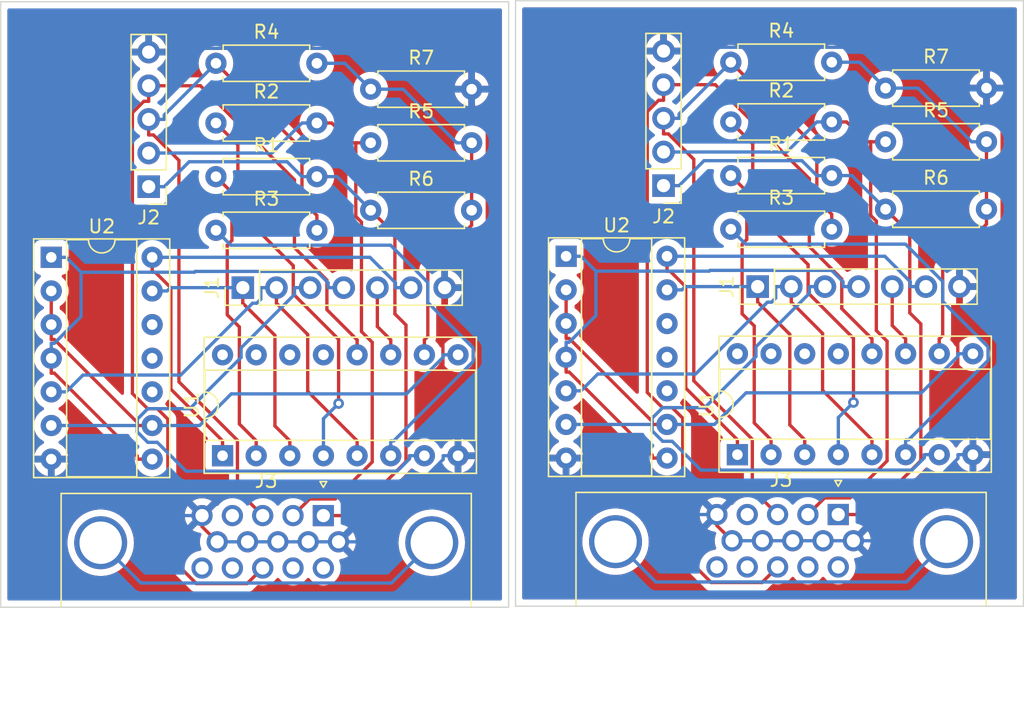
<source format=kicad_pcb>
(kicad_pcb (version 20211014) (generator pcbnew)
  (layers (0 "F.Cu" signal) (31 "B.Cu" signal) (34 "B.Paste" user) (35 "F.Paste" user) (36 "B.SilkS" user "B.Silkscreen") (37 "F.SilkS" user "F.Silkscreen") (38 "B.Mask" user) (39 "F.Mask" user) (44 "Edge.Cuts" user))
  (net 0 "")
  (net 1 "/ULA21_Red")
  (net 2 "/ULA19_Green")
  (net 3 "/ULA22_Blue")
  (net 4 "/ULA18_Bright")
  (net 5 "/ULA33_SYNC")
  (net 6 "+5V")
  (net 7 "GND")
  (net 8 "Net-(R1-Pad2)")
  (net 9 "Net-(R2-Pad2)")
  (net 10 "Net-(R4-Pad1)")
  (net 11 "Net-(U1-Pad12)")
  (net 12 "unconnected-(J3-Pad0)")
  (net 18 "Net-(U1-Pad2)")
  (net 19 "Net-(U1-Pad4)")
  (net 20 "Net-(U1-Pad6)")
  (net 21 "Net-(U1-Pad10)")
  (net 22 "Net-(U2-Pad2)")
  (footprint "Connector_PinHeader_2.54mm:PinHeader_1x07_P2.54mm_Vertical" (layer "F.Cu") (at 178.8239 95.4243 90)
    (fp_text reference "J1")
    (fp_text value "In_RGB")
  )
  (footprint "Resistor_THT:R_Axial_DIN0207_L6.3mm_D2.5mm_P7.62mm_Horizontal" (layer "F.Cu") (at 137.922 83.072)
    (fp_text reference "R2")
    (fp_text value "100")
  )
  (footprint "Connector_Dsub:DSUB-15-HD_Female_Horizontal_P2.29x1.98mm_EdgePinOffset3.03mm_Housed_MountingHolesOffset4.94mm" (layer "F.Cu") (at 146.032 112.7137)
    (fp_text reference "J3")
    (fp_text value "VGA")
  )
  (footprint "Connector_PinHeader_2.54mm:PinHeader_1x05_P2.54mm_Vertical" (layer "F.Cu") (at 171.7169 87.7993 180)
    (fp_text reference "J2")
    (fp_text value "OUT_RGB")
  )
  (footprint "Resistor_THT:R_Axial_DIN0207_L6.3mm_D2.5mm_P7.62mm_Horizontal" (layer "F.Cu") (at 149.606 80.518)
    (fp_text reference "R7")
    (fp_text value "2k")
  )
  (footprint "Package_DIP:DIP-14_W7.62mm_Socket" (layer "F.Cu") (at 164.3609 93.1333)
    (fp_text reference "U2")
    (fp_text value "4066")
  )
  (footprint "Resistor_THT:R_Axial_DIN0207_L6.3mm_D2.5mm_P7.62mm_Horizontal" (layer "F.Cu") (at 176.7969 87.0423)
    (fp_text reference "R1")
    (fp_text value "100")
  )
  (footprint "Resistor_THT:R_Axial_DIN0207_L6.3mm_D2.5mm_P7.62mm_Horizontal" (layer "F.Cu") (at 188.4809 80.4383)
    (fp_text reference "R7")
    (fp_text value "2k")
  )
  (footprint "Connector_PinHeader_2.54mm:PinHeader_1x07_P2.54mm_Vertical" (layer "F.Cu") (at 139.949 95.504 90)
    (fp_text reference "J1")
    (fp_text value "In_RGB")
  )
  (footprint "Resistor_THT:R_Axial_DIN0207_L6.3mm_D2.5mm_P7.62mm_Horizontal" (layer "F.Cu") (at 149.606 84.568)
    (fp_text reference "R5")
    (fp_text value "1k5")
  )
  (footprint "Resistor_THT:R_Axial_DIN0207_L6.3mm_D2.5mm_P7.62mm_Horizontal" (layer "F.Cu") (at 176.7969 78.4823)
    (fp_text reference "R4")
    (fp_text value "1k5")
  )
  (footprint "Resistor_THT:R_Axial_DIN0207_L6.3mm_D2.5mm_P7.62mm_Horizontal" (layer "F.Cu") (at 176.7969 91.0923)
    (fp_text reference "R3")
    (fp_text value "100")
  )
  (footprint "Connector_PinHeader_2.54mm:PinHeader_1x05_P2.54mm_Vertical" (layer "F.Cu") (at 132.842 87.879 180)
    (fp_text reference "J2")
    (fp_text value "OUT_RGB")
  )
  (footprint "Resistor_THT:R_Axial_DIN0207_L6.3mm_D2.5mm_P7.62mm_Horizontal" (layer "F.Cu") (at 176.7969 82.9923)
    (fp_text reference "R2")
    (fp_text value "100")
  )
  (footprint "Connector_Dsub:DSUB-15-HD_Female_Horizontal_P2.29x1.98mm_EdgePinOffset3.03mm_Housed_MountingHolesOffset4.94mm" (layer "F.Cu") (at 184.9069 112.634)
    (fp_text reference "J3")
    (fp_text value "VGA")
  )
  (footprint "Package_DIP:DIP-16_W7.62mm_Socket" (layer "F.Cu") (at 138.42 108.194 90)
    (fp_text reference "U1")
    (fp_text value "4050")
  )
  (footprint "Resistor_THT:R_Axial_DIN0207_L6.3mm_D2.5mm_P7.62mm_Horizontal" (layer "F.Cu") (at 137.922 87.122)
    (fp_text reference "R1")
    (fp_text value "100")
  )
  (footprint "Package_DIP:DIP-16_W7.62mm_Socket" (layer "F.Cu") (at 177.2949 108.1143 90)
    (fp_text reference "U1")
    (fp_text value "4050")
  )
  (footprint "Resistor_THT:R_Axial_DIN0207_L6.3mm_D2.5mm_P7.62mm_Horizontal" (layer "F.Cu") (at 137.922 91.172)
    (fp_text reference "R3")
    (fp_text value "100")
  )
  (footprint "Resistor_THT:R_Axial_DIN0207_L6.3mm_D2.5mm_P7.62mm_Horizontal" (layer "F.Cu") (at 188.4809 89.5823)
    (fp_text reference "R6")
    (fp_text value "1k5")
  )
  (footprint "Resistor_THT:R_Axial_DIN0207_L6.3mm_D2.5mm_P7.62mm_Horizontal" (layer "F.Cu") (at 149.606 89.662)
    (fp_text reference "R6")
    (fp_text value "1k5")
  )
  (footprint "Resistor_THT:R_Axial_DIN0207_L6.3mm_D2.5mm_P7.62mm_Horizontal" (layer "F.Cu") (at 137.922 78.562)
    (fp_text reference "R4")
    (fp_text value "1k5")
  )
  (footprint "Resistor_THT:R_Axial_DIN0207_L6.3mm_D2.5mm_P7.62mm_Horizontal" (layer "F.Cu") (at 188.4809 84.4883)
    (fp_text reference "R5")
    (fp_text value "1k5")
  )
  (footprint "Package_DIP:DIP-14_W7.62mm_Socket" (layer "F.Cu") (at 125.486 93.213)
    (fp_text reference "U2")
    (fp_text value "4066")
  )
  (gr_line (start 160.02 119.634) (end 121.666 119.634) (layer "Edge.Cuts") (width 0.1))
  (gr_line (start 160.5409 73.8343) (end 198.8949 73.8343) (layer "Edge.Cuts") (width 0.1))
  (gr_line (start 121.666 119.634) (end 121.666 73.914) (layer "Edge.Cuts") (width 0.1))
  (gr_line (start 121.666 73.914) (end 160.02 73.914) (layer "Edge.Cuts") (width 0.1))
  (gr_line (start 160.02 73.914) (end 160.02 119.634) (layer "Edge.Cuts") (width 0.1))
  (gr_line (start 198.8949 73.8343) (end 198.8949 119.5543) (layer "Edge.Cuts") (width 0.1))
  (gr_line (start 160.5409 119.5543) (end 160.5409 73.8343) (layer "Edge.Cuts") (width 0.1))
  (gr_line (start 198.8949 119.5543) (end 160.5409 119.5543) (layer "Edge.Cuts") (width 0.1))
  (segment (start 143.5 108.194) (end 143.5 107.0689) (width 0.25) (layer "F.Cu") (net 1))
  (segment (start 181.2498 99.0253) (end 178.8239 96.5994) (width 0.25) (layer "F.Cu") (net 1))
  (segment (start 178.8239 95.4243) (end 178.8239 96.5994) (width 0.25) (layer "F.Cu") (net 1))
  (segment (start 142.3749 99.105) (end 139.949 96.6791) (width 0.25) (layer "F.Cu") (net 1))
  (segment (start 182.3749 108.1143) (end 182.3749 106.9892) (width 0.25) (layer "F.Cu") (net 1))
  (segment (start 181.2498 105.8641) (end 181.2498 99.0253) (width 0.25) (layer "F.Cu") (net 1))
  (segment (start 139.949 95.504) (end 139.949 96.6791) (width 0.25) (layer "F.Cu") (net 1))
  (segment (start 182.3749 106.9892) (end 181.2498 105.8641) (width 0.25) (layer "F.Cu") (net 1))
  (segment (start 143.5 107.0689) (end 142.3749 105.9438) (width 0.25) (layer "F.Cu") (net 1))
  (segment (start 142.3749 105.9438) (end 142.3749 99.105) (width 0.25) (layer "F.Cu") (net 1))
  (segment (start 171.9809 95.6733) (end 173.106 95.6733) (width 0.25) (layer "B.Cu") (net 1))
  (segment (start 134.4801 95.504) (end 134.2311 95.753) (width 0.25) (layer "B.Cu") (net 1))
  (segment (start 139.949 95.504) (end 134.4801 95.504) (width 0.25) (layer "B.Cu") (net 1))
  (segment (start 178.8239 95.4243) (end 173.355 95.4243) (width 0.25) (layer "B.Cu") (net 1))
  (segment (start 133.106 95.753) (end 134.2311 95.753) (width 0.25) (layer "B.Cu") (net 1))
  (segment (start 173.355 95.4243) (end 173.106 95.6733) (width 0.25) (layer "B.Cu") (net 1))
  (segment (start 148.58 108.194) (end 148.58 107.0689) (width 0.25) (layer "F.Cu") (net 2))
  (segment (start 181.3639 95.4243) (end 181.3639 96.5994) (width 0.25) (layer "F.Cu") (net 2))
  (segment (start 144.8502 103.3391) (end 148.58 107.0689) (width 0.25) (layer "F.Cu") (net 2))
  (segment (start 181.3639 96.5994) (end 183.7251 98.9606) (width 0.25) (layer "F.Cu") (net 2))
  (segment (start 187.4549 108.1143) (end 187.4549 106.9892) (width 0.25) (layer "F.Cu") (net 2))
  (segment (start 144.8502 99.0403) (end 144.8502 103.3391) (width 0.25) (layer "F.Cu") (net 2))
  (segment (start 183.7251 98.9606) (end 183.7251 103.2594) (width 0.25) (layer "F.Cu") (net 2))
  (segment (start 142.489 95.504) (end 142.489 96.6791) (width 0.25) (layer "F.Cu") (net 2))
  (segment (start 142.489 96.6791) (end 144.8502 99.0403) (width 0.25) (layer "F.Cu") (net 2))
  (segment (start 183.7251 103.2594) (end 187.4549 106.9892) (width 0.25) (layer "F.Cu") (net 2))
  (segment (start 179.8757 96.5994) (end 179.5624 96.5994) (width 0.25) (layer "B.Cu") (net 2))
  (segment (start 166.756 102.0233) (end 165.486 103.2933) (width 0.25) (layer "B.Cu") (net 2))
  (segment (start 127.8811 102.103) (end 126.6111 103.373) (width 0.25) (layer "B.Cu") (net 2))
  (segment (start 140.6875 96.6791) (end 135.2636 102.103) (width 0.25) (layer "B.Cu") (net 2))
  (segment (start 125.486 103.373) (end 126.6111 103.373) (width 0.25) (layer "B.Cu") (net 2))
  (segment (start 141.0008 96.6791) (end 140.6875 96.6791) (width 0.25) (layer "B.Cu") (net 2))
  (segment (start 181.3639 95.4243) (end 180.1888 95.4243) (width 0.25) (layer "B.Cu") (net 2))
  (segment (start 141.3139 95.504) (end 141.3139 96.366) (width 0.25) (layer "B.Cu") (net 2))
  (segment (start 142.489 95.504) (end 141.3139 95.504) (width 0.25) (layer "B.Cu") (net 2))
  (segment (start 164.3609 103.2933) (end 165.486 103.2933) (width 0.25) (layer "B.Cu") (net 2))
  (segment (start 174.1385 102.0233) (end 166.756 102.0233) (width 0.25) (layer "B.Cu") (net 2))
  (segment (start 141.3139 96.366) (end 141.0008 96.6791) (width 0.25) (layer "B.Cu") (net 2))
  (segment (start 135.2636 102.103) (end 127.8811 102.103) (width 0.25) (layer "B.Cu") (net 2))
  (segment (start 180.1888 95.4243) (end 180.1888 96.2863) (width 0.25) (layer "B.Cu") (net 2))
  (segment (start 180.1888 96.2863) (end 179.8757 96.5994) (width 0.25) (layer "B.Cu") (net 2))
  (segment (start 179.5624 96.5994) (end 174.1385 102.0233) (width 0.25) (layer "B.Cu") (net 2))
  (segment (start 182.7288 95.4243) (end 182.7288 95.9367) (width 0.25) (layer "B.Cu") (net 3))
  (segment (start 153.66 108.194) (end 152.5349 108.194) (width 0.25) (layer "B.Cu") (net 3))
  (segment (start 139.8201 100.7747) (end 135.9518 104.643) (width 0.25) (layer "B.Cu") (net 3))
  (segment (start 170.8534 105.357) (end 170.8534 105.8333) (width 0.25) (layer "B.Cu") (net 3))
  (segment (start 178.695 99.9705) (end 178.695 100.695) (width 0.25) (layer "B.Cu") (net 3))
  (segment (start 174.5434 109.2791) (end 190.4781 109.2791) (width 0.25) (layer "B.Cu") (net 3))
  (segment (start 125.486 105.913) (end 126.6111 105.913) (width 0.25) (layer "B.Cu") (net 3))
  (segment (start 178.695 100.695) (end 174.8267 104.5633) (width 0.25) (layer "B.Cu") (net 3))
  (segment (start 131.9785 105.913) (end 126.6111 105.913) (width 0.25) (layer "B.Cu") (net 3))
  (segment (start 172.3676 107.1033) (end 174.5434 109.2791) (width 0.25) (layer "B.Cu") (net 3))
  (segment (start 143.8539 96.0164) (end 139.8201 100.0502) (width 0.25) (layer "B.Cu") (net 3))
  (segment (start 135.9518 104.643) (end 132.7722 104.643) (width 0.25) (layer "B.Cu") (net 3))
  (segment (start 182.7288 95.9367) (end 178.695 99.9705) (width 0.25) (layer "B.Cu") (net 3))
  (segment (start 145.029 95.504) (end 143.8539 95.504) (width 0.25) (layer "B.Cu") (net 3))
  (segment (start 170.8534 106.3096) (end 171.6471 107.1033) (width 0.25) (layer "B.Cu") (net 3))
  (segment (start 171.6471 104.5633) (end 170.8534 105.357) (width 0.25) (layer "B.Cu") (net 3))
  (segment (start 170.8534 105.8333) (end 170.8534 106.3096) (width 0.25) (layer "B.Cu") (net 3))
  (segment (start 131.9785 106.3893) (end 132.7722 107.183) (width 0.25) (layer "B.Cu") (net 3))
  (segment (start 132.7722 107.183) (end 133.4927 107.183) (width 0.25) (layer "B.Cu") (net 3))
  (segment (start 131.9785 105.4367) (end 131.9785 105.913) (width 0.25) (layer "B.Cu") (net 3))
  (segment (start 192.5349 108.1143) (end 191.4098 108.1143) (width 0.25) (layer "B.Cu") (net 3))
  (segment (start 143.8539 95.504) (end 143.8539 96.0164) (width 0.25) (layer "B.Cu") (net 3))
  (segment (start 135.6685 109.3588) (end 151.6032 109.3588) (width 0.25) (layer "B.Cu") (net 3))
  (segment (start 133.4927 107.183) (end 135.6685 109.3588) (width 0.25) (layer "B.Cu") (net 3))
  (segment (start 171.6471 107.1033) (end 172.3676 107.1033) (width 0.25) (layer "B.Cu") (net 3))
  (segment (start 139.8201 100.0502) (end 139.8201 100.7747) (width 0.25) (layer "B.Cu") (net 3))
  (segment (start 164.3609 105.8333) (end 165.486 105.8333) (width 0.25) (layer "B.Cu") (net 3))
  (segment (start 190.4781 109.2791) (end 191.4098 108.3474) (width 0.25) (layer "B.Cu") (net 3))
  (segment (start 152.5349 108.4271) (end 152.5349 108.194) (width 0.25) (layer "B.Cu") (net 3))
  (segment (start 183.9039 95.4243) (end 182.7288 95.4243) (width 0.25) (layer "B.Cu") (net 3))
  (segment (start 191.4098 108.3474) (end 191.4098 108.1143) (width 0.25) (layer "B.Cu") (net 3))
  (segment (start 174.8267 104.5633) (end 171.6471 104.5633) (width 0.25) (layer "B.Cu") (net 3))
  (segment (start 170.8534 105.8333) (end 165.486 105.8333) (width 0.25) (layer "B.Cu") (net 3))
  (segment (start 132.7722 104.643) (end 131.9785 105.4367) (width 0.25) (layer "B.Cu") (net 3))
  (segment (start 131.9785 105.913) (end 131.9785 106.3893) (width 0.25) (layer "B.Cu") (net 3))
  (segment (start 151.6032 109.3588) (end 152.5349 108.4271) (width 0.25) (layer "B.Cu") (net 3))
  (segment (start 133.106 108.453) (end 131.9809 108.453) (width 0.25) (layer "F.Cu") (net 4))
  (segment (start 131.9809 108.2199) (end 125.7191 101.9581) (width 0.25) (layer "F.Cu") (net 4))
  (segment (start 125.7191 101.9581) (end 125.486 101.9581) (width 0.25) (layer "F.Cu") (net 4))
  (segment (start 125.486 100.833) (end 125.486 101.9581) (width 0.25) (layer "F.Cu") (net 4))
  (segment (start 164.594 101.8784) (end 164.3609 101.8784) (width 0.25) (layer "F.Cu") (net 4))
  (segment (start 164.3609 100.7533) (end 164.3609 101.8784) (width 0.25) (layer "F.Cu") (net 4))
  (segment (start 170.8558 108.1402) (end 164.594 101.8784) (width 0.25) (layer "F.Cu") (net 4))
  (segment (start 171.9809 108.3733) (end 170.8558 108.3733) (width 0.25) (layer "F.Cu") (net 4))
  (segment (start 131.9809 108.453) (end 131.9809 108.2199) (width 0.25) (layer "F.Cu") (net 4))
  (segment (start 170.8558 108.3733) (end 170.8558 108.1402) (width 0.25) (layer "F.Cu") (net 4))
  (segment (start 185.2688 95.4243) (end 185.2688 95.0571) (width 0.25) (layer "B.Cu") (net 4))
  (segment (start 146.3939 95.1368) (end 145.5355 94.2784) (width 0.25) (layer "B.Cu") (net 4))
  (segment (start 175.1691 94.2584) (end 166.6111 94.2584) (width 0.25) (layer "B.Cu") (net 4))
  (segment (start 136.3539 94.2784) (end 136.2942 94.3381) (width 0.25) (layer "B.Cu") (net 4))
  (segment (start 185.2688 95.0571) (end 184.4104 94.1987) (width 0.25) (layer "B.Cu") (net 4))
  (segment (start 127.7362 94.3381) (end 126.6111 93.213) (width 0.25) (layer "B.Cu") (net 4))
  (segment (start 164.3609 93.1333) (end 165.486 93.1333) (width 0.25) (layer "B.Cu") (net 4))
  (segment (start 164.3609 100.7533) (end 164.3609 99.6282) (width 0.25) (layer "B.Cu") (net 4))
  (segment (start 166.6111 94.2584) (end 165.486 93.1333) (width 0.25) (layer "B.Cu") (net 4))
  (segment (start 147.569 95.504) (end 146.3939 95.504) (width 0.25) (layer "B.Cu") (net 4))
  (segment (start 136.2942 94.3381) (end 127.7362 94.3381) (width 0.25) (layer "B.Cu") (net 4))
  (segment (start 127.7362 97.6842) (end 125.7125 99.7079) (width 0.25) (layer "B.Cu") (net 4))
  (segment (start 145.5355 94.2784) (end 136.3539 94.2784) (width 0.25) (layer "B.Cu") (net 4))
  (segment (start 166.6111 97.6045) (end 164.5874 99.6282) (width 0.25) (layer "B.Cu") (net 4))
  (segment (start 166.6111 94.2584) (end 166.6111 97.6045) (width 0.25) (layer "B.Cu") (net 4))
  (segment (start 164.5874 99.6282) (end 164.3609 99.6282) (width 0.25) (layer "B.Cu") (net 4))
  (segment (start 125.486 93.213) (end 126.6111 93.213) (width 0.25) (layer "B.Cu") (net 4))
  (segment (start 186.4439 95.4243) (end 185.2688 95.4243) (width 0.25) (layer "B.Cu") (net 4))
  (segment (start 125.486 100.833) (end 125.486 99.7079) (width 0.25) (layer "B.Cu") (net 4))
  (segment (start 175.2288 94.1987) (end 175.1691 94.2584) (width 0.25) (layer "B.Cu") (net 4))
  (segment (start 146.3939 95.504) (end 146.3939 95.1368) (width 0.25) (layer "B.Cu") (net 4))
  (segment (start 125.7125 99.7079) (end 125.486 99.7079) (width 0.25) (layer "B.Cu") (net 4))
  (segment (start 127.7362 94.3381) (end 127.7362 97.6842) (width 0.25) (layer "B.Cu") (net 4))
  (segment (start 184.4104 94.1987) (end 175.2288 94.1987) (width 0.25) (layer "B.Cu") (net 4))
  (segment (start 189.9949 100.4943) (end 189.9949 99.3692) (width 0.25) (layer "F.Cu") (net 5))
  (segment (start 188.9839 98.3582) (end 189.9949 99.3692) (width 0.25) (layer "F.Cu") (net 5))
  (segment (start 150.109 95.504) (end 150.109 98.4379) (width 0.25) (layer "F.Cu") (net 5))
  (segment (start 150.109 98.4379) (end 151.12 99.4489) (width 0.25) (layer "F.Cu") (net 5))
  (segment (start 188.9839 95.4243) (end 188.9839 98.3582) (width 0.25) (layer "F.Cu") (net 5))
  (segment (start 151.12 100.574) (end 151.12 99.4489) (width 0.25) (layer "F.Cu") (net 5))
  (segment (start 177.2949 108.1143) (end 177.2949 106.9892) (width 0.25) (layer "F.Cu") (net 6))
  (segment (start 172.214 94.2584) (end 171.9809 94.2584) (width 0.25) (layer "F.Cu") (net 6))
  (segment (start 173.3957 103.09) (end 173.3957 95.4401) (width 0.25) (layer "F.Cu") (net 6))
  (segment (start 177.2949 106.9892) (end 173.3957 103.09) (width 0.25) (layer "F.Cu") (net 6))
  (segment (start 173.3957 95.4401) (end 172.214 94.2584) (width 0.25) (layer "F.Cu") (net 6))
  (segment (start 133.3391 94.3381) (end 133.106 94.3381) (width 0.25) (layer "F.Cu") (net 6))
  (segment (start 171.9809 93.1333) (end 171.9809 94.2584) (width 0.25) (layer "F.Cu") (net 6))
  (segment (start 138.42 107.0689) (end 134.5208 103.1697) (width 0.25) (layer "F.Cu") (net 6))
  (segment (start 133.106 93.213) (end 133.106 94.3381) (width 0.25) (layer "F.Cu") (net 6))
  (segment (start 138.42 108.194) (end 138.42 107.0689) (width 0.25) (layer "F.Cu") (net 6))
  (segment (start 134.5208 95.5198) (end 133.3391 94.3381) (width 0.25) (layer "F.Cu") (net 6))
  (segment (start 134.5208 103.1697) (end 134.5208 95.5198) (width 0.25) (layer "F.Cu") (net 6))
  (segment (start 152.649 95.504) (end 151.4739 95.504) (width 0.25) (layer "B.Cu") (net 6))
  (segment (start 190.3488 95.0571) (end 188.425 93.1333) (width 0.25) (layer "B.Cu") (net 6))
  (segment (start 151.4739 95.1368) (end 149.5501 93.213) (width 0.25) (layer "B.Cu") (net 6))
  (segment (start 151.4739 95.504) (end 151.4739 95.1368) (width 0.25) (layer "B.Cu") (net 6))
  (segment (start 149.5501 93.213) (end 133.106 93.213) (width 0.25) (layer "B.Cu") (net 6))
  (segment (start 188.425 93.1333) (end 171.9809 93.1333) (width 0.25) (layer "B.Cu") (net 6))
  (segment (start 190.3488 95.4243) (end 190.3488 95.0571) (width 0.25) (layer "B.Cu") (net 6))
  (segment (start 191.5239 95.4243) (end 190.3488 95.4243) (width 0.25) (layer "B.Cu") (net 6))
  (segment (start 194.0639 96.5994) (end 193.9344 96.7289) (width 0.25) (layer "F.Cu") (net 7))
  (segment (start 136.872 113.5487) (end 136.872 112.7137) (width 0.25) (layer "F.Cu") (net 7))
  (segment (start 158.4098 91.1081) (end 158.4098 82.8269) (width 0.25) (layer "F.Cu") (net 7))
  (segment (start 155.0595 96.8086) (end 155.0595 105.9284) (width 0.25) (layer "F.Cu") (net 7))
  (segment (start 155.189 96.0915) (end 155.189 95.504) (width 0.25) (layer "F.Cu") (net 7))
  (segment (start 194.0639 95.4243) (end 194.0639 94.2492) (width 0.25) (layer "F.Cu") (net 7))
  (segment (start 195.0749 108.1143) (end 195.0749 106.9892) (width 0.25) (layer "F.Cu") (net 7))
  (segment (start 193.9344 105.8487) (end 195.0749 106.9892) (width 0.25) (layer "F.Cu") (net 7))
  (segment (start 193.9344 96.7289) (end 193.9344 105.8487) (width 0.25) (layer "F.Cu") (net 7))
  (segment (start 155.189 96.0915) (end 155.189 96.6791) (width 0.25) (layer "F.Cu") (net 7))
  (segment (start 155.189 95.504) (end 155.189 94.3289) (width 0.25) (layer "F.Cu") (net 7))
  (segment (start 194.0639 96.0118) (end 194.0639 96.5994) (width 0.25) (layer "F.Cu") (net 7))
  (segment (start 156.2 108.194) (end 156.2 107.0689) (width 0.25) (layer "F.Cu") (net 7))
  (segment (start 194.0639 94.2492) (end 197.2847 91.0284) (width 0.25) (layer "F.Cu") (net 7))
  (segment (start 196.1009 80.4383) (end 196.1009 81.5634) (width 0.25) (layer "F.Cu") (net 7))
  (segment (start 157.226 80.518) (end 157.226 81.6431) (width 0.25) (layer "F.Cu") (net 7))
  (segment (start 194.0639 96.0118) (end 194.0639 95.4243) (width 0.25) (layer "F.Cu") (net 7))
  (segment (start 175.7469 113.469) (end 175.7469 112.634) (width 0.25) (layer "F.Cu") (net 7))
  (segment (start 155.189 96.6791) (end 155.0595 96.8086) (width 0.25) (layer "F.Cu") (net 7))
  (segment (start 155.0595 105.9284) (end 156.2 107.0689) (width 0.25) (layer "F.Cu") (net 7))
  (segment (start 138.017 114.6937) (end 136.872 113.5487) (width 0.25) (layer "F.Cu") (net 7))
  (segment (start 158.4098 82.8269) (end 157.226 81.6431) (width 0.25) (layer "F.Cu") (net 7))
  (segment (start 197.2847 91.0284) (end 197.2847 82.7472) (width 0.25) (layer "F.Cu") (net 7))
  (segment (start 176.8919 114.614) (end 175.7469 113.469) (width 0.25) (layer "F.Cu") (net 7))
  (segment (start 155.189 94.3289) (end 158.4098 91.1081) (width 0.25) (layer "F.Cu") (net 7))
  (segment (start 197.2847 82.7472) (end 196.1009 81.5634) (width 0.25) (layer "F.Cu") (net 7))
  (segment (start 171.7169 77.6393) (end 172.892 77.6393) (width 0.25) (layer "B.Cu") (net 7))
  (segment (start 193.9498 108.1143) (end 193.9498 108.3956) (width 0.25) (layer "B.Cu") (net 7))
  (segment (start 179.1819 114.614) (end 181.4719 114.614) (width 0.25) (layer "B.Cu") (net 7))
  (segment (start 173.1761 77.3552) (end 191.8927 77.3552) (width 0.25) (layer "B.Cu") (net 7))
  (segment (start 181.4719 114.614) (end 183.7619 114.614) (width 0.25) (layer "B.Cu") (net 7))
  (segment (start 148.8565 114.6937) (end 147.177 114.6937) (width 0.25) (layer "B.Cu") (net 7))
  (segment (start 136.872 112.7137) (end 130.8718 112.7137) (width 0.25) (layer "B.Cu") (net 7))
  (segment (start 187.7314 114.614) (end 186.0519 114.614) (width 0.25) (layer "B.Cu") (net 7))
  (segment (start 155.0749 108.194) (end 155.0749 108.4753) (width 0.25) (layer "B.Cu") (net 7))
  (segment (start 176.8919 114.614) (end 179.1819 114.614) (width 0.25) (layer "B.Cu") (net 7))
  (segment (start 140.307 114.6937) (end 142.597 114.6937) (width 0.25) (layer "B.Cu") (net 7))
  (segment (start 169.7467 112.634) (end 165.486 108.3733) (width 0.25) (layer "B.Cu") (net 7))
  (segment (start 155.0749 108.4753) (end 148.8565 114.6937) (width 0.25) (layer "B.Cu") (net 7))
  (segment (start 134.0171 77.719) (end 134.3012 77.4349) (width 0.25) (layer "B.Cu") (net 7))
  (segment (start 195.0749 108.1143) (end 193.9498 108.1143) (width 0.25) (layer "B.Cu") (net 7))
  (segment (start 144.887 114.6937) (end 147.177 114.6937) (width 0.25) (layer "B.Cu") (net 7))
  (segment (start 175.7469 112.634) (end 169.7467 112.634) (width 0.25) (layer "B.Cu") (net 7))
  (segment (start 132.842 77.719) (end 134.0171 77.719) (width 0.25) (layer "B.Cu") (net 7))
  (segment (start 156.2 108.194) (end 155.0749 108.194) (width 0.25) (layer "B.Cu") (net 7))
  (segment (start 125.486 108.453) (end 126.6111 108.453) (width 0.25) (layer "B.Cu") (net 7))
  (segment (start 193.9498 108.3956) (end 187.7314 114.614) (width 0.25) (layer "B.Cu") (net 7))
  (segment (start 183.7619 114.614) (end 186.0519 114.614) (width 0.25) (layer "B.Cu") (net 7))
  (segment (start 196.1009 80.4383) (end 194.9758 80.4383) (width 0.25) (layer "B.Cu") (net 7))
  (segment (start 130.8718 112.7137) (end 126.6111 108.453) (width 0.25) (layer "B.Cu") (net 7))
  (segment (start 157.226 80.518) (end 156.1009 80.518) (width 0.25) (layer "B.Cu") (net 7))
  (segment (start 134.3012 77.4349) (end 153.0178 77.4349) (width 0.25) (layer "B.Cu") (net 7))
  (segment (start 153.0178 77.4349) (end 156.1009 80.518) (width 0.25) (layer "B.Cu") (net 7))
  (segment (start 142.597 114.6937) (end 144.887 114.6937) (width 0.25) (layer "B.Cu") (net 7))
  (segment (start 138.017 114.6937) (end 140.307 114.6937) (width 0.25) (layer "B.Cu") (net 7))
  (segment (start 172.892 77.6393) (end 173.1761 77.3552) (width 0.25) (layer "B.Cu") (net 7))
  (segment (start 164.3609 108.3733) (end 165.486 108.3733) (width 0.25) (layer "B.Cu") (net 7))
  (segment (start 191.8927 77.3552) (end 194.9758 80.4383) (width 0.25) (layer "B.Cu") (net 7))
  (segment (start 149.606 89.662) (end 151.4335 91.4895) (width 0.25) (layer "F.Cu") (net 8))
  (segment (start 151.4335 97.4864) (end 152.2704 98.3233) (width 0.25) (layer "F.Cu") (net 8))
  (segment (start 152.2704 98.3233) (end 152.2704 108.6449) (width 0.25) (layer "F.Cu") (net 8))
  (segment (start 151.4335 91.4895) (end 151.4335 97.4864) (width 0.25) (layer "F.Cu") (net 8))
  (segment (start 190.3084 91.4098) (end 190.3084 97.4067) (width 0.25) (layer "F.Cu") (net 8))
  (segment (start 152.2704 108.6449) (end 148.2016 112.7137) (width 0.25) (layer "F.Cu") (net 8))
  (segment (start 191.1453 98.2436) (end 191.1453 108.5652) (width 0.25) (layer "F.Cu") (net 8))
  (segment (start 148.2016 112.7137) (end 146.032 112.7137) (width 0.25) (layer "F.Cu") (net 8))
  (segment (start 190.3084 97.4067) (end 191.1453 98.2436) (width 0.25) (layer "F.Cu") (net 8))
  (segment (start 187.0765 112.634) (end 184.9069 112.634) (width 0.25) (layer "F.Cu") (net 8))
  (segment (start 188.4809 89.5823) (end 190.3084 91.4098) (width 0.25) (layer "F.Cu") (net 8))
  (segment (start 191.1453 108.5652) (end 187.0765 112.634) (width 0.25) (layer "F.Cu") (net 8))
  (segment (start 145.542 87.122) (end 147.066 87.122) (width 0.25) (layer "B.Cu") (net 8))
  (segment (start 135.8993 85.9968) (end 143.2917 85.9968) (width 0.25) (layer "B.Cu") (net 8))
  (segment (start 147.066 87.122) (end 149.606 89.662) (width 0.25) (layer "B.Cu") (net 8))
  (segment (start 145.542 87.122) (end 144.4169 87.122) (width 0.25) (layer "B.Cu") (net 8))
  (segment (start 184.4169 87.0423) (end 183.2918 87.0423) (width 0.25) (layer "B.Cu") (net 8))
  (segment (start 184.4169 87.0423) (end 185.9409 87.0423) (width 0.25) (layer "B.Cu") (net 8))
  (segment (start 174.7742 85.9171) (end 182.1666 85.9171) (width 0.25) (layer "B.Cu") (net 8))
  (segment (start 171.7169 87.7993) (end 172.892 87.7993) (width 0.25) (layer "B.Cu") (net 8))
  (segment (start 143.2917 85.9968) (end 144.4169 87.122) (width 0.25) (layer "B.Cu") (net 8))
  (segment (start 182.1666 85.9171) (end 183.2918 87.0423) (width 0.25) (layer "B.Cu") (net 8))
  (segment (start 172.892 87.7993) (end 174.7742 85.9171) (width 0.25) (layer "B.Cu") (net 8))
  (segment (start 132.842 87.879) (end 134.0171 87.879) (width 0.25) (layer "B.Cu") (net 8))
  (segment (start 185.9409 87.0423) (end 188.4809 89.5823) (width 0.25) (layer "B.Cu") (net 8))
  (segment (start 134.0171 87.879) (end 135.8993 85.9968) (width 0.25) (layer "B.Cu") (net 8))
  (segment (start 148.9086 90.5556) (end 148.9086 98.818) (width 0.25) (layer "F.Cu") (net 9))
  (segment (start 187.3557 84.4883) (end 187.038 84.4883) (width 0.25) (layer "F.Cu") (net 9))
  (segment (start 188.4809 84.4883) (end 187.3557 84.4883) (width 0.25) (layer "F.Cu") (net 9))
  (segment (start 183.8711 111.3798) (end 182.6169 112.634) (width 0.25) (layer "F.Cu") (net 9))
  (segment (start 187.3557 84.4883) (end 187.3557 90.0481) (width 0.25) (layer "F.Cu") (net 9))
  (segment (start 149.7209 108.6639) (end 146.9253 111.4595) (width 0.25) (layer "F.Cu") (net 9))
  (segment (start 188.5958 99.5506) (end 188.5958 108.5842) (width 0.25) (layer "F.Cu") (net 9))
  (segment (start 187.7835 90.4759) (end 187.7835 98.7383) (width 0.25) (layer "F.Cu") (net 9))
  (segment (start 185.8002 111.3798) (end 183.8711 111.3798) (width 0.25) (layer "F.Cu") (net 9))
  (segment (start 148.1631 84.568) (end 146.6671 83.072) (width 0.25) (layer "F.Cu") (net 9))
  (segment (start 148.9086 98.818) (end 149.7209 99.6303) (width 0.25) (layer "F.Cu") (net 9))
  (segment (start 146.9253 111.4595) (end 144.9962 111.4595) (width 0.25) (layer "F.Cu") (net 9))
  (segment (start 148.4808 90.1278) (end 148.9086 90.5556) (width 0.25) (layer "F.Cu") (net 9))
  (segment (start 149.606 84.568) (end 148.4808 84.568) (width 0.25) (layer "F.Cu") (net 9))
  (segment (start 148.4808 84.568) (end 148.4808 90.1278) (width 0.25) (layer "F.Cu") (net 9))
  (segment (start 187.7835 98.7383) (end 188.5958 99.5506) (width 0.25) (layer "F.Cu") (net 9))
  (segment (start 187.038 84.4883) (end 185.542 82.9923) (width 0.25) (layer "F.Cu") (net 9))
  (segment (start 149.7209 99.6303) (end 149.7209 108.6639) (width 0.25) (layer "F.Cu") (net 9))
  (segment (start 188.5958 108.5842) (end 185.8002 111.3798) (width 0.25) (layer "F.Cu") (net 9))
  (segment (start 148.4808 84.568) (end 148.1631 84.568) (width 0.25) (layer "F.Cu") (net 9))
  (segment (start 144.9962 111.4595) (end 143.742 112.7137) (width 0.25) (layer "F.Cu") (net 9))
  (segment (start 184.4169 82.9923) (end 185.542 82.9923) (width 0.25) (layer "F.Cu") (net 9))
  (segment (start 145.542 83.072) (end 146.6671 83.072) (width 0.25) (layer "F.Cu") (net 9))
  (segment (start 187.3557 90.0481) (end 187.7835 90.4759) (width 0.25) (layer "F.Cu") (net 9))
  (segment (start 142.1499 85.339) (end 132.842 85.339) (width 0.25) (layer "B.Cu") (net 9))
  (segment (start 184.4169 82.9923) (end 183.2918 82.9923) (width 0.25) (layer "B.Cu") (net 9))
  (segment (start 144.4169 83.072) (end 142.1499 85.339) (width 0.25) (layer "B.Cu") (net 9))
  (segment (start 181.0248 85.2593) (end 171.7169 85.2593) (width 0.25) (layer "B.Cu") (net 9))
  (segment (start 145.542 83.072) (end 144.4169 83.072) (width 0.25) (layer "B.Cu") (net 9))
  (segment (start 183.2918 82.9923) (end 181.0248 85.2593) (width 0.25) (layer "B.Cu") (net 9))
  (segment (start 133.2072 83.9741) (end 135.1269 85.8938) (width 0.25) (layer "F.Cu") (net 10))
  (segment (start 171.7169 83.8944) (end 172.0821 83.8944) (width 0.25) (layer "F.Cu") (net 10))
  (segment (start 145.542 90.0469) (end 144.4169 88.9218) (width 0.25) (layer "F.Cu") (net 10))
  (segment (start 174.0018 85.8141) (end 174.0018 102.536) (width 0.25) (layer "F.Cu") (net 10))
  (segment (start 184.4169 89.9672) (end 183.2918 88.8421) (width 0.25) (layer "F.Cu") (net 10))
  (segment (start 132.842 83.9741) (end 133.2072 83.9741) (width 0.25) (layer "F.Cu") (net 10))
  (segment (start 184.4169 91.0923) (end 184.4169 89.9672) (width 0.25) (layer "F.Cu") (net 10))
  (segment (start 145.542 91.172) (end 145.542 90.0469) (width 0.25) (layer "F.Cu") (net 10))
  (segment (start 144.4169 85.0569) (end 137.922 78.562) (width 0.25) (layer "F.Cu") (net 10))
  (segment (start 139.5451 110.8068) (end 141.452 112.7137) (width 0.25) (layer "F.Cu") (net 10))
  (segment (start 183.2918 88.8421) (end 183.2918 84.9772) (width 0.25) (layer "F.Cu") (net 10))
  (segment (start 174.0018 102.536) (end 178.42 106.9542) (width 0.25) (layer "F.Cu") (net 10))
  (segment (start 178.42 106.9542) (end 178.42 110.7271) (width 0.25) (layer "F.Cu") (net 10))
  (segment (start 139.5451 107.0339) (end 139.5451 110.8068) (width 0.25) (layer "F.Cu") (net 10))
  (segment (start 178.42 110.7271) (end 180.3269 112.634) (width 0.25) (layer "F.Cu") (net 10))
  (segment (start 135.1269 102.6157) (end 139.5451 107.0339) (width 0.25) (layer "F.Cu") (net 10))
  (segment (start 132.842 82.799) (end 132.842 83.9741) (width 0.25) (layer "F.Cu") (net 10))
  (segment (start 172.0821 83.8944) (end 174.0018 85.8141) (width 0.25) (layer "F.Cu") (net 10))
  (segment (start 171.7169 82.7193) (end 171.7169 83.8944) (width 0.25) (layer "F.Cu") (net 10))
  (segment (start 135.1269 85.8938) (end 135.1269 102.6157) (width 0.25) (layer "F.Cu") (net 10))
  (segment (start 183.2918 84.9772) (end 176.7969 78.4823) (width 0.25) (layer "F.Cu") (net 10))
  (segment (start 144.4169 88.9218) (end 144.4169 85.0569) (width 0.25) (layer "F.Cu") (net 10))
  (segment (start 134.0171 82.799) (end 134.0171 82.4669) (width 0.25) (layer "B.Cu") (net 10))
  (segment (start 172.892 82.7193) (end 172.892 82.3872) (width 0.25) (layer "B.Cu") (net 10))
  (segment (start 171.7169 82.7193) (end 172.892 82.7193) (width 0.25) (layer "B.Cu") (net 10))
  (segment (start 172.892 82.3872) (end 176.7969 78.4823) (width 0.25) (layer "B.Cu") (net 10))
  (segment (start 132.842 82.799) (end 134.0171 82.799) (width 0.25) (layer "B.Cu") (net 10))
  (segment (start 134.0171 82.4669) (end 137.922 78.562) (width 0.25) (layer "B.Cu") (net 10))
  (segment (start 132.7612 104.643) (end 133.4963 104.643) (width 0.25) (layer "F.Cu") (net 11))
  (segment (start 132.842 80.259) (end 132.842 81.4341) (width 0.25) (layer "F.Cu") (net 11))
  (segment (start 148.58 100.574) (end 148.58 99.4489) (width 0.25) (layer "F.Cu") (net 11))
  (segment (start 133.4963 104.643) (end 134.2897 105.4364) (width 0.25) (layer "F.Cu") (net 11))
  (segment (start 171.3497 81.3544) (end 170.4882 82.2159) (width 0.25) (layer "F.Cu") (net 11))
  (segment (start 136.7515 80.259) (end 132.842 80.259) (width 0.25) (layer "F.Cu") (net 11))
  (segment (start 170.4882 103.4154) (end 171.6361 104.5633) (width 0.25) (layer "F.Cu") (net 11))
  (segment (start 134.2897 115.6939) (end 136.4434 117.8476) (width 0.25) (layer "F.Cu") (net 11))
  (segment (start 171.6361 104.5633) (end 172.3712 104.5633) (width 0.25) (layer "F.Cu") (net 11))
  (segment (start 131.6133 103.4951) (end 132.7612 104.643) (width 0.25) (layer "F.Cu") (net 11))
  (segment (start 185.1739 97.0882) (end 185.1739 94.8519) (width 0.25) (layer "F.Cu") (net 11))
  (segment (start 173.1646 105.3567) (end 173.1646 115.6142) (width 0.25) (layer "F.Cu") (net 11))
  (segment (start 143.8492 92.4818) (end 143.8492 87.3567) (width 0.25) (layer "F.Cu") (net 11))
  (segment (start 172.3712 104.5633) (end 173.1646 105.3567) (width 0.25) (layer "F.Cu") (net 11))
  (segment (start 132.842 81.4341) (end 132.4748 81.4341) (width 0.25) (layer "F.Cu") (net 11))
  (segment (start 187.4549 100.4943) (end 187.4549 99.3692) (width 0.25) (layer "F.Cu") (net 11))
  (segment (start 182.7241 87.277) (end 175.6264 80.1793) (width 0.25) (layer "F.Cu") (net 11))
  (segment (start 175.3183 117.7679) (end 179.153 117.7679) (width 0.25) (layer "F.Cu") (net 11))
  (segment (start 146.299 94.9316) (end 143.8492 92.4818) (width 0.25) (layer "F.Cu") (net 11))
  (segment (start 187.4549 99.3692) (end 185.1739 97.0882) (width 0.25) (layer "F.Cu") (net 11))
  (segment (start 140.2781 117.8476) (end 141.452 116.6737) (width 0.25) (layer "F.Cu") (net 11))
  (segment (start 179.153 117.7679) (end 180.3269 116.594) (width 0.25) (layer "F.Cu") (net 11))
  (segment (start 131.6133 82.2956) (end 131.6133 103.4951) (width 0.25) (layer "F.Cu") (net 11))
  (segment (start 170.4882 82.2159) (end 170.4882 103.4154) (width 0.25) (layer "F.Cu") (net 11))
  (segment (start 175.6264 80.1793) (end 171.7169 80.1793) (width 0.25) (layer "F.Cu") (net 11))
  (segment (start 146.299 97.1679) (end 146.299 94.9316) (width 0.25) (layer "F.Cu") (net 11))
  (segment (start 173.1646 115.6142) (end 175.3183 117.7679) (width 0.25) (layer "F.Cu") (net 11))
  (segment (start 132.4748 81.4341) (end 131.6133 82.2956) (width 0.25) (layer "F.Cu") (net 11))
  (segment (start 134.2897 105.4364) (end 134.2897 115.6939) (width 0.25) (layer "F.Cu") (net 11))
  (segment (start 143.8492 87.3567) (end 136.7515 80.259) (width 0.25) (layer "F.Cu") (net 11))
  (segment (start 185.1739 94.8519) (end 182.7241 92.4021) (width 0.25) (layer "F.Cu") (net 11))
  (segment (start 136.4434 117.8476) (end 140.2781 117.8476) (width 0.25) (layer "F.Cu") (net 11))
  (segment (start 182.7241 92.4021) (end 182.7241 87.277) (width 0.25) (layer "F.Cu") (net 11))
  (segment (start 148.58 99.4489) (end 146.299 97.1679) (width 0.25) (layer "F.Cu") (net 11))
  (segment (start 171.7169 81.3544) (end 171.3497 81.3544) (width 0.25) (layer "F.Cu") (net 11))
  (segment (start 171.7169 80.1793) (end 171.7169 81.3544) (width 0.25) (layer "F.Cu") (net 11))
  (segment (start 190.0495 117.7264) (end 193.0919 114.684) (width 0.25) (layer "B.Cu") (net 12))
  (segment (start 171.1343 117.7264) (end 190.0495 117.7264) (width 0.25) (layer "B.Cu") (net 12))
  (segment (start 132.2594 117.8061) (end 151.1746 117.8061) (width 0.25) (layer "B.Cu") (net 12))
  (segment (start 129.217 114.7637) (end 132.2594 117.8061) (width 0.25) (layer "B.Cu") (net 12))
  (segment (start 168.0919 114.684) (end 171.1343 117.7264) (width 0.25) (layer "B.Cu") (net 12))
  (segment (start 151.1746 117.8061) (end 154.217 114.7637) (width 0.25) (layer "B.Cu") (net 12))
  (segment (start 139.69 98.4724) (end 138.7738 97.5562) (width 0.25) (layer "F.Cu") (net 18))
  (segment (start 178.0032 88.2486) (end 176.7969 87.0423) (width 0.25) (layer "F.Cu") (net 18))
  (segment (start 138.7738 92.2972) (end 139.1283 91.9427) (width 0.25) (layer "F.Cu") (net 18))
  (segment (start 139.69 105.7989) (end 139.69 98.4724) (width 0.25) (layer "F.Cu") (net 18))
  (segment (start 177.6487 92.2175) (end 178.0032 91.863) (width 0.25) (layer "F.Cu") (net 18))
  (segment (start 178.5649 98.3927) (end 177.6487 97.4765) (width 0.25) (layer "F.Cu") (net 18))
  (segment (start 139.1283 88.3283) (end 137.922 87.122) (width 0.25) (layer "F.Cu") (net 18))
  (segment (start 140.96 107.0689) (end 139.69 105.7989) (width 0.25) (layer "F.Cu") (net 18))
  (segment (start 178.5649 105.7192) (end 178.5649 98.3927) (width 0.25) (layer "F.Cu") (net 18))
  (segment (start 139.1283 91.9427) (end 139.1283 88.3283) (width 0.25) (layer "F.Cu") (net 18))
  (segment (start 140.96 108.194) (end 140.96 107.0689) (width 0.25) (layer "F.Cu") (net 18))
  (segment (start 177.6487 97.4765) (end 177.6487 92.2175) (width 0.25) (layer "F.Cu") (net 18))
  (segment (start 179.8349 106.9892) (end 178.5649 105.7192) (width 0.25) (layer "F.Cu") (net 18))
  (segment (start 179.8349 108.1143) (end 179.8349 106.9892) (width 0.25) (layer "F.Cu") (net 18))
  (segment (start 138.7738 97.5562) (end 138.7738 92.2972) (width 0.25) (layer "F.Cu") (net 18))
  (segment (start 178.0032 91.863) (end 178.0032 88.2486) (width 0.25) (layer "F.Cu") (net 18))
  (segment (start 139.5785 89.6644) (end 143.759 93.8449) (width 0.25) (layer "F.Cu") (net 19))
  (segment (start 147.1821 99.4061) (end 147.1821 104.2502) (width 0.25) (layer "F.Cu") (net 19))
  (segment (start 178.4534 89.5847) (end 182.6339 93.7652) (width 0.25) (layer "F.Cu") (net 19))
  (segment (start 178.4534 84.6488) (end 178.4534 89.5847) (width 0.25) (layer "F.Cu") (net 19))
  (segment (start 139.5785 84.7285) (end 139.5785 89.6644) (width 0.25) (layer "F.Cu") (net 19))
  (segment (start 182.6339 93.7652) (end 182.6339 95.9033) (width 0.25) (layer "F.Cu") (net 19))
  (segment (start 182.6339 95.9033) (end 186.057 99.3264) (width 0.25) (layer "F.Cu") (net 19))
  (segment (start 137.922 83.072) (end 139.5785 84.7285) (width 0.25) (layer "F.Cu") (net 19))
  (segment (start 186.057 99.3264) (end 186.057 104.1705) (width 0.25) (layer "F.Cu") (net 19))
  (segment (start 143.759 95.983) (end 147.1821 99.4061) (width 0.25) (layer "F.Cu") (net 19))
  (segment (start 143.759 93.8449) (end 143.759 95.983) (width 0.25) (layer "F.Cu") (net 19))
  (segment (start 176.7969 82.9923) (end 178.4534 84.6488) (width 0.25) (layer "F.Cu") (net 19))
  (via (at 147.1821 104.2502) (size 0.8) (drill 0.4) (layers "F.Cu" "B.Cu") (net 19))
  (via (at 186.057 104.1705) (size 0.8) (drill 0.4) (layers "F.Cu" "B.Cu") (net 19))
  (segment (start 146.04 105.3923) (end 146.04 108.194) (width 0.25) (layer "B.Cu") (net 19))
  (segment (start 147.1821 104.2502) (end 146.04 105.3923) (width 0.25) (layer "B.Cu") (net 19))
  (segment (start 186.057 104.1705) (end 184.9149 105.3126) (width 0.25) (layer "B.Cu") (net 19))
  (segment (start 184.9149 105.3126) (end 184.9149 108.1143) (width 0.25) (layer "B.Cu") (net 19))
  (segment (start 151.3531 107.0689) (end 151.12 107.0689) (width 0.25) (layer "B.Cu") (net 20))
  (segment (start 151.12 108.194) (end 151.12 107.0689) (width 0.25) (layer "B.Cu") (net 20))
  (segment (start 196.2176 100.9996) (end 190.228 106.9892) (width 0.25) (layer "B.Cu") (net 20))
  (segment (start 139.0472 92.2972) (end 151.1043 92.2972) (width 0.25) (layer "B.Cu") (net 20))
  (segment (start 157.3427 100.0517) (end 157.3427 101.0793) (width 0.25) (layer "B.Cu") (net 20))
  (segment (start 137.922 91.172) (end 139.0472 92.2972) (width 0.25) (layer "B.Cu") (net 20))
  (segment (start 192.7939 95.0322) (end 192.7939 96.5483) (width 0.25) (layer "B.Cu") (net 20))
  (segment (start 153.919 95.1119) (end 153.919 96.628) (width 0.25) (layer "B.Cu") (net 20))
  (segment (start 196.2176 99.972) (end 196.2176 100.9996) (width 0.25) (layer "B.Cu") (net 20))
  (segment (start 157.3427 101.0793) (end 151.3531 107.0689) (width 0.25) (layer "B.Cu") (net 20))
  (segment (start 151.1043 92.2972) (end 153.919 95.1119) (width 0.25) (layer "B.Cu") (net 20))
  (segment (start 153.919 96.628) (end 157.3427 100.0517) (width 0.25) (layer "B.Cu") (net 20))
  (segment (start 176.7969 91.0923) (end 177.9221 92.2175) (width 0.25) (layer "B.Cu") (net 20))
  (segment (start 189.9949 108.1143) (end 189.9949 106.9892) (width 0.25) (layer "B.Cu") (net 20))
  (segment (start 190.228 106.9892) (end 189.9949 106.9892) (width 0.25) (layer "B.Cu") (net 20))
  (segment (start 192.7939 96.5483) (end 196.2176 99.972) (width 0.25) (layer "B.Cu") (net 20))
  (segment (start 177.9221 92.2175) (end 189.9792 92.2175) (width 0.25) (layer "B.Cu") (net 20))
  (segment (start 189.9792 92.2175) (end 192.7939 95.0322) (width 0.25) (layer "B.Cu") (net 20))
  (segment (start 196.1009 89.5823) (end 196.1009 90.7074) (width 0.25) (layer "F.Cu") (net 21))
  (segment (start 196.1009 90.7074) (end 192.7939 94.0144) (width 0.25) (layer "F.Cu") (net 21))
  (segment (start 157.226 89.662) (end 157.226 90.7871) (width 0.25) (layer "F.Cu") (net 21))
  (segment (start 192.5349 100.4943) (end 192.5349 99.3692) (width 0.25) (layer "F.Cu") (net 21))
  (segment (start 192.7939 99.1102) (end 192.5349 99.3692) (width 0.25) (layer "F.Cu") (net 21))
  (segment (start 153.919 94.0941) (end 153.919 99.1899) (width 0.25) (layer "F.Cu") (net 21))
  (segment (start 157.226 90.7871) (end 153.919 94.0941) (width 0.25) (layer "F.Cu") (net 21))
  (segment (start 153.66 100.574) (end 153.66 99.4489) (width 0.25) (layer "F.Cu") (net 21))
  (segment (start 196.1009 84.4883) (end 196.1009 89.5823) (width 0.25) (layer "F.Cu") (net 21))
  (segment (start 157.226 84.568) (end 157.226 89.662) (width 0.25) (layer "F.Cu") (net 21))
  (segment (start 192.7939 94.0144) (end 192.7939 99.1102) (width 0.25) (layer "F.Cu") (net 21))
  (segment (start 153.919 99.1899) (end 153.66 99.4489) (width 0.25) (layer "F.Cu") (net 21))
  (segment (start 196.1009 84.4883) (end 194.9758 84.4883) (width 0.25) (layer "B.Cu") (net 21))
  (segment (start 156.1009 84.568) (end 152.0509 80.518) (width 0.25) (layer "B.Cu") (net 21))
  (segment (start 194.9758 84.4883) (end 190.9258 80.4383) (width 0.25) (layer "B.Cu") (net 21))
  (segment (start 145.542 78.562) (end 147.65 78.562) (width 0.25) (layer "B.Cu") (net 21))
  (segment (start 157.226 84.568) (end 156.1009 84.568) (width 0.25) (layer "B.Cu") (net 21))
  (segment (start 147.65 78.562) (end 149.606 80.518) (width 0.25) (layer "B.Cu") (net 21))
  (segment (start 186.5249 78.4823) (end 188.4809 80.4383) (width 0.25) (layer "B.Cu") (net 21))
  (segment (start 190.9258 80.4383) (end 188.4809 80.4383) (width 0.25) (layer "B.Cu") (net 21))
  (segment (start 184.4169 78.4823) (end 186.5249 78.4823) (width 0.25) (layer "B.Cu") (net 21))
  (segment (start 152.0509 80.518) (end 149.606 80.518) (width 0.25) (layer "B.Cu") (net 21))
  (segment (start 170.8558 105.8333) (end 170.8558 105.6002) (width 0.25) (layer "F.Cu") (net 22))
  (segment (start 164.594 99.3384) (end 164.3609 99.3384) (width 0.25) (layer "F.Cu") (net 22))
  (segment (start 125.7191 99.4181) (end 125.486 99.4181) (width 0.25) (layer "F.Cu") (net 22))
  (segment (start 125.486 98.293) (end 125.486 99.4181) (width 0.25) (layer "F.Cu") (net 22))
  (segment (start 164.3609 98.2133) (end 164.3609 99.3384) (width 0.25) (layer "F.Cu") (net 22))
  (segment (start 170.8558 105.6002) (end 164.594 99.3384) (width 0.25) (layer "F.Cu") (net 22))
  (segment (start 133.106 105.913) (end 131.9809 105.913) (width 0.25) (layer "F.Cu") (net 22))
  (segment (start 131.9809 105.6799) (end 125.7191 99.4181) (width 0.25) (layer "F.Cu") (net 22))
  (segment (start 131.9809 105.913) (end 131.9809 105.6799) (width 0.25) (layer "F.Cu") (net 22))
  (segment (start 171.9809 105.8333) (end 170.8558 105.8333) (width 0.25) (layer "F.Cu") (net 22))
  (segment (start 164.3609 98.2133) (end 164.3609 95.6733) (width 0.25) (layer "F.Cu") (net 22))
  (segment (start 125.486 98.293) (end 125.486 95.753) (width 0.25) (layer "F.Cu") (net 22))
  (segment (start 193.9498 100.4943) (end 193.9498 100.6788) (width 0.25) (layer "B.Cu") (net 22))
  (segment (start 193.9498 100.6788) (end 191.1832 103.4454) (width 0.25) (layer "B.Cu") (net 22))
  (segment (start 177.9492 103.4454) (end 175.5613 105.8333) (width 0.25) (layer "B.Cu") (net 22))
  (segment (start 195.0749 100.4943) (end 193.9498 100.4943) (width 0.25) (layer "B.Cu") (net 22))
  (segment (start 155.0749 100.574) (end 155.0749 100.7585) (width 0.25) (layer "B.Cu") (net 22))
  (segment (start 156.2 100.574) (end 155.0749 100.574) (width 0.25) (layer "B.Cu") (net 22))
  (segment (start 191.1832 103.4454) (end 177.9492 103.4454) (width 0.25) (layer "B.Cu") (net 22))
  (segment (start 139.0743 103.5251) (end 136.6864 105.913) (width 0.25) (layer "B.Cu") (net 22))
  (segment (start 155.0749 100.7585) (end 152.3083 103.5251) (width 0.25) (layer "B.Cu") (net 22))
  (segment (start 136.6864 105.913) (end 133.106 105.913) (width 0.25) (layer "B.Cu") (net 22))
  (segment (start 152.3083 103.5251) (end 139.0743 103.5251) (width 0.25) (layer "B.Cu") (net 22))
  (segment (start 175.5613 105.8333) (end 171.9809 105.8333) (width 0.25) (layer "B.Cu") (net 22))
  (zone (net 7) (net_name "GND") (layers F&B.Cu) (connect_pads (clearance 0.508)) (min_thickness 0.254) (fill yes (thermal_gap 0.508) (thermal_bridge_width 0.508))
    (polygon (pts (xy 159.766 119.38) (xy 121.92 119.38) (xy 121.92 74.168) (xy 159.766 74.168)))
  )
  (zone (net 7) (net_name "GND") (layers F&B.Cu) (connect_pads (clearance 0.508)) (min_thickness 0.254) (fill yes (thermal_gap 0.508) (thermal_bridge_width 0.508))
    (polygon (pts (xy 198.6409 119.3003) (xy 160.7949 119.3003) (xy 160.7949 74.0883) (xy 198.6409 74.0883)))
  )
)
</source>
